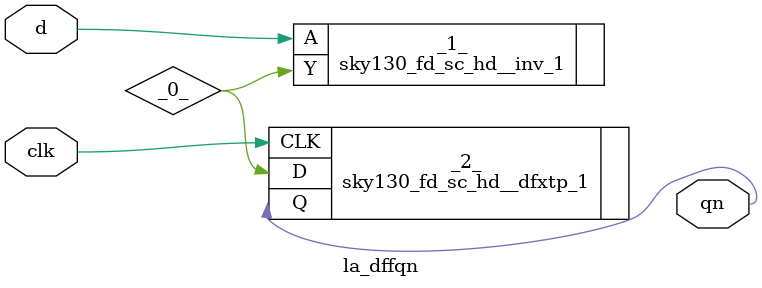
<source format=v>

/* Generated by Yosys 0.37 (git sha1 a5c7f69ed, clang 14.0.0-1ubuntu1.1 -fPIC -Os) */

module la_dffqn(d, clk, qn);
  wire _0_;
  input clk;
  wire clk;
  input d;
  wire d;
  output qn;
  wire qn;
  sky130_fd_sc_hd__inv_1 _1_ (
    .A(d),
    .Y(_0_)
  );
  sky130_fd_sc_hd__dfxtp_1 _2_ (
    .CLK(clk),
    .D(_0_),
    .Q(qn)
  );
endmodule

</source>
